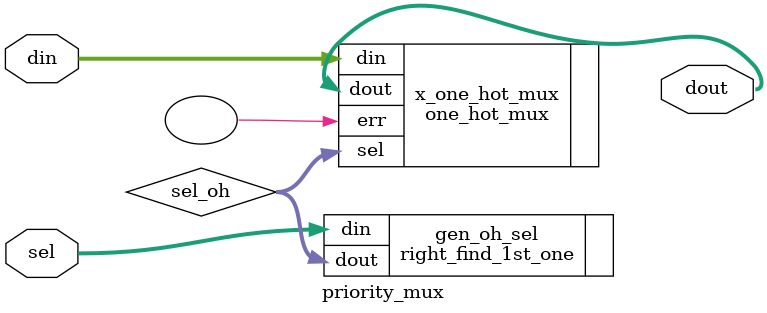
<source format=v>
module priority_mux (din, sel, dout);

   parameter WIDTH         = 32;
   parameter CNT           = 5;

   input  [WIDTH*CNT-1:0] din;
   input  [CNT-1:0]       sel;
   output [WIDTH-1:0] dout;

   wire [CNT-1:0]     sel_oh; 
   
   right_find_1st_one #(.WIDTH (CNT)) gen_oh_sel
     (.din (sel), .dout (sel_oh));

   one_hot_mux #(.WIDTH (WIDTH), .CNT (CNT), .ONE_HOT_CHECK (0))
     x_one_hot_mux (.din  (din),
                    .sel  (sel_oh),
                    .dout (dout),
                    .err  ());
   
   
endmodule

</source>
